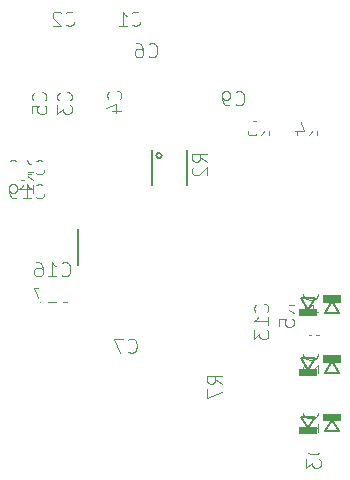
<source format=gbr>
G04 #@! TF.GenerationSoftware,KiCad,Pcbnew,(5.1.0)-1*
G04 #@! TF.CreationDate,2019-05-30T14:49:56+02:00*
G04 #@! TF.ProjectId,UWED,55574544-2e6b-4696-9361-645f70636258,rev?*
G04 #@! TF.SameCoordinates,Original*
G04 #@! TF.FileFunction,Legend,Bot*
G04 #@! TF.FilePolarity,Positive*
%FSLAX46Y46*%
G04 Gerber Fmt 4.6, Leading zero omitted, Abs format (unit mm)*
G04 Created by KiCad (PCBNEW (5.1.0)-1) date 2019-05-30 14:49:56*
%MOMM*%
%LPD*%
G04 APERTURE LIST*
%ADD10C,0.100000*%
%ADD11C,0.203200*%
%ADD12C,0.127000*%
%ADD13C,0.101600*%
%ADD14R,1.503200X1.703200*%
%ADD15R,1.703200X1.503200*%
%ADD16R,2.003200X1.603200*%
G04 APERTURE END LIST*
D10*
G36*
X162725000Y-124683600D02*
G01*
X162725000Y-125293200D01*
X161150200Y-125293200D01*
X161150200Y-124683600D01*
X162725000Y-124683600D01*
G37*
D11*
X162537600Y-126174200D02*
X161337600Y-126174200D01*
X161937600Y-125174200D02*
X162537600Y-126174200D01*
X161337600Y-126174200D02*
X161937600Y-125174200D01*
D10*
G36*
X162725000Y-119730600D02*
G01*
X162725000Y-120340200D01*
X161150200Y-120340200D01*
X161150200Y-119730600D01*
X162725000Y-119730600D01*
G37*
D11*
X162537600Y-121221200D02*
X161337600Y-121221200D01*
X161937600Y-120221200D02*
X162537600Y-121221200D01*
X161337600Y-121221200D02*
X161937600Y-120221200D01*
D10*
G36*
X159118200Y-126410800D02*
G01*
X159118200Y-125801200D01*
X160693000Y-125801200D01*
X160693000Y-126410800D01*
X159118200Y-126410800D01*
G37*
D11*
X159305600Y-124920200D02*
X160505600Y-124920200D01*
X159905600Y-125920200D02*
X159305600Y-124920200D01*
X160505600Y-124920200D02*
X159905600Y-125920200D01*
D10*
G36*
X162725000Y-114650600D02*
G01*
X162725000Y-115260200D01*
X161150200Y-115260200D01*
X161150200Y-114650600D01*
X162725000Y-114650600D01*
G37*
D11*
X162537600Y-116141200D02*
X161337600Y-116141200D01*
X161937600Y-115141200D02*
X162537600Y-116141200D01*
X161337600Y-116141200D02*
X161937600Y-115141200D01*
D10*
G36*
X159118200Y-121457800D02*
G01*
X159118200Y-120848200D01*
X160693000Y-120848200D01*
X160693000Y-121457800D01*
X159118200Y-121457800D01*
G37*
D11*
X159305600Y-119967200D02*
X160505600Y-119967200D01*
X159905600Y-120967200D02*
X159305600Y-119967200D01*
X160505600Y-119967200D02*
X159905600Y-120967200D01*
D10*
G36*
X159118200Y-116377800D02*
G01*
X159118200Y-115768200D01*
X160693000Y-115768200D01*
X160693000Y-116377800D01*
X159118200Y-116377800D01*
G37*
D11*
X159305600Y-114887200D02*
X160505600Y-114887200D01*
X159905600Y-115887200D02*
X159305600Y-114887200D01*
X160505600Y-114887200D02*
X159905600Y-115887200D01*
D12*
X147513206Y-102814200D02*
G75*
G03X147513206Y-102814200I-223606J0D01*
G01*
X146689600Y-105314200D02*
X146689600Y-102314200D01*
X149689600Y-102314200D02*
X149689600Y-105314200D01*
X140410600Y-109045200D02*
X140410600Y-112045200D01*
D13*
X145019869Y-91719842D02*
X145077321Y-91777295D01*
X145249679Y-91834747D01*
X145364583Y-91834747D01*
X145536940Y-91777295D01*
X145651845Y-91662390D01*
X145709298Y-91547485D01*
X145766750Y-91317676D01*
X145766750Y-91145319D01*
X145709298Y-90915509D01*
X145651845Y-90800604D01*
X145536940Y-90685700D01*
X145364583Y-90628247D01*
X145249679Y-90628247D01*
X145077321Y-90685700D01*
X145019869Y-90743152D01*
X143870821Y-91834747D02*
X144560250Y-91834747D01*
X144215536Y-91834747D02*
X144215536Y-90628247D01*
X144330440Y-90800604D01*
X144445345Y-90915509D01*
X144560250Y-90972961D01*
X156431242Y-116048930D02*
X156488695Y-115991478D01*
X156546147Y-115819120D01*
X156546147Y-115704216D01*
X156488695Y-115531859D01*
X156373790Y-115416954D01*
X156258885Y-115359501D01*
X156029076Y-115302049D01*
X155856719Y-115302049D01*
X155626909Y-115359501D01*
X155512004Y-115416954D01*
X155397100Y-115531859D01*
X155339647Y-115704216D01*
X155339647Y-115819120D01*
X155397100Y-115991478D01*
X155454552Y-116048930D01*
X156546147Y-117197978D02*
X156546147Y-116508549D01*
X156546147Y-116853263D02*
X155339647Y-116853263D01*
X155512004Y-116738359D01*
X155626909Y-116623454D01*
X155684361Y-116508549D01*
X155339647Y-117600144D02*
X155339647Y-118347025D01*
X155799266Y-117944859D01*
X155799266Y-118117216D01*
X155856719Y-118232120D01*
X155914171Y-118289573D01*
X156029076Y-118347025D01*
X156316338Y-118347025D01*
X156431242Y-118289573D01*
X156488695Y-118232120D01*
X156546147Y-118117216D01*
X156546147Y-117772501D01*
X156488695Y-117657597D01*
X156431242Y-117600144D01*
X139050869Y-112928842D02*
X139108321Y-112986295D01*
X139280679Y-113043747D01*
X139395583Y-113043747D01*
X139567940Y-112986295D01*
X139682845Y-112871390D01*
X139740298Y-112756485D01*
X139797750Y-112526676D01*
X139797750Y-112354319D01*
X139740298Y-112124509D01*
X139682845Y-112009604D01*
X139567940Y-111894700D01*
X139395583Y-111837247D01*
X139280679Y-111837247D01*
X139108321Y-111894700D01*
X139050869Y-111952152D01*
X137901821Y-113043747D02*
X138591250Y-113043747D01*
X138246536Y-113043747D02*
X138246536Y-111837247D01*
X138361440Y-112009604D01*
X138476345Y-112124509D01*
X138591250Y-112181961D01*
X136867679Y-111837247D02*
X137097488Y-111837247D01*
X137212393Y-111894700D01*
X137269845Y-111952152D01*
X137384750Y-112124509D01*
X137442202Y-112354319D01*
X137442202Y-112813938D01*
X137384750Y-112928842D01*
X137327298Y-112986295D01*
X137212393Y-113043747D01*
X136982583Y-113043747D01*
X136867679Y-112986295D01*
X136810226Y-112928842D01*
X136752774Y-112813938D01*
X136752774Y-112526676D01*
X136810226Y-112411771D01*
X136867679Y-112354319D01*
X136982583Y-112296866D01*
X137212393Y-112296866D01*
X137327298Y-112354319D01*
X137384750Y-112411771D01*
X137442202Y-112526676D01*
X139050869Y-115087842D02*
X139108321Y-115145295D01*
X139280679Y-115202747D01*
X139395583Y-115202747D01*
X139567940Y-115145295D01*
X139682845Y-115030390D01*
X139740298Y-114915485D01*
X139797750Y-114685676D01*
X139797750Y-114513319D01*
X139740298Y-114283509D01*
X139682845Y-114168604D01*
X139567940Y-114053700D01*
X139395583Y-113996247D01*
X139280679Y-113996247D01*
X139108321Y-114053700D01*
X139050869Y-114111152D01*
X137901821Y-115202747D02*
X138591250Y-115202747D01*
X138246536Y-115202747D02*
X138246536Y-113996247D01*
X138361440Y-114168604D01*
X138476345Y-114283509D01*
X138591250Y-114340961D01*
X137499655Y-113996247D02*
X136695321Y-113996247D01*
X137212393Y-115202747D01*
X136891869Y-104292842D02*
X136949321Y-104350295D01*
X137121679Y-104407747D01*
X137236583Y-104407747D01*
X137408940Y-104350295D01*
X137523845Y-104235390D01*
X137581298Y-104120485D01*
X137638750Y-103890676D01*
X137638750Y-103718319D01*
X137581298Y-103488509D01*
X137523845Y-103373604D01*
X137408940Y-103258700D01*
X137236583Y-103201247D01*
X137121679Y-103201247D01*
X136949321Y-103258700D01*
X136891869Y-103316152D01*
X135742821Y-104407747D02*
X136432250Y-104407747D01*
X136087536Y-104407747D02*
X136087536Y-103201247D01*
X136202440Y-103373604D01*
X136317345Y-103488509D01*
X136432250Y-103545961D01*
X135053393Y-103718319D02*
X135168298Y-103660866D01*
X135225750Y-103603414D01*
X135283202Y-103488509D01*
X135283202Y-103431057D01*
X135225750Y-103316152D01*
X135168298Y-103258700D01*
X135053393Y-103201247D01*
X134823583Y-103201247D01*
X134708679Y-103258700D01*
X134651226Y-103316152D01*
X134593774Y-103431057D01*
X134593774Y-103488509D01*
X134651226Y-103603414D01*
X134708679Y-103660866D01*
X134823583Y-103718319D01*
X135053393Y-103718319D01*
X135168298Y-103775771D01*
X135225750Y-103833223D01*
X135283202Y-103948128D01*
X135283202Y-104177938D01*
X135225750Y-104292842D01*
X135168298Y-104350295D01*
X135053393Y-104407747D01*
X134823583Y-104407747D01*
X134708679Y-104350295D01*
X134651226Y-104292842D01*
X134593774Y-104177938D01*
X134593774Y-103948128D01*
X134651226Y-103833223D01*
X134708679Y-103775771D01*
X134823583Y-103718319D01*
X136891869Y-106324842D02*
X136949321Y-106382295D01*
X137121679Y-106439747D01*
X137236583Y-106439747D01*
X137408940Y-106382295D01*
X137523845Y-106267390D01*
X137581298Y-106152485D01*
X137638750Y-105922676D01*
X137638750Y-105750319D01*
X137581298Y-105520509D01*
X137523845Y-105405604D01*
X137408940Y-105290700D01*
X137236583Y-105233247D01*
X137121679Y-105233247D01*
X136949321Y-105290700D01*
X136891869Y-105348152D01*
X135742821Y-106439747D02*
X136432250Y-106439747D01*
X136087536Y-106439747D02*
X136087536Y-105233247D01*
X136202440Y-105405604D01*
X136317345Y-105520509D01*
X136432250Y-105577961D01*
X135168298Y-106439747D02*
X134938488Y-106439747D01*
X134823583Y-106382295D01*
X134766131Y-106324842D01*
X134651226Y-106152485D01*
X134593774Y-105922676D01*
X134593774Y-105463057D01*
X134651226Y-105348152D01*
X134708679Y-105290700D01*
X134823583Y-105233247D01*
X135053393Y-105233247D01*
X135168298Y-105290700D01*
X135225750Y-105348152D01*
X135283202Y-105463057D01*
X135283202Y-105750319D01*
X135225750Y-105865223D01*
X135168298Y-105922676D01*
X135053393Y-105980128D01*
X134823583Y-105980128D01*
X134708679Y-105922676D01*
X134651226Y-105865223D01*
X134593774Y-105750319D01*
X139431869Y-91719842D02*
X139489321Y-91777295D01*
X139661679Y-91834747D01*
X139776583Y-91834747D01*
X139948940Y-91777295D01*
X140063845Y-91662390D01*
X140121298Y-91547485D01*
X140178750Y-91317676D01*
X140178750Y-91145319D01*
X140121298Y-90915509D01*
X140063845Y-90800604D01*
X139948940Y-90685700D01*
X139776583Y-90628247D01*
X139661679Y-90628247D01*
X139489321Y-90685700D01*
X139431869Y-90743152D01*
X138972250Y-90743152D02*
X138914798Y-90685700D01*
X138799893Y-90628247D01*
X138512631Y-90628247D01*
X138397726Y-90685700D01*
X138340274Y-90743152D01*
X138282821Y-90858057D01*
X138282821Y-90972961D01*
X138340274Y-91145319D01*
X139029702Y-91834747D01*
X138282821Y-91834747D01*
X139794242Y-98141930D02*
X139851695Y-98084478D01*
X139909147Y-97912120D01*
X139909147Y-97797216D01*
X139851695Y-97624859D01*
X139736790Y-97509954D01*
X139621885Y-97452501D01*
X139392076Y-97395049D01*
X139219719Y-97395049D01*
X138989909Y-97452501D01*
X138875004Y-97509954D01*
X138760100Y-97624859D01*
X138702647Y-97797216D01*
X138702647Y-97912120D01*
X138760100Y-98084478D01*
X138817552Y-98141930D01*
X138702647Y-98544097D02*
X138702647Y-99290978D01*
X139162266Y-98888811D01*
X139162266Y-99061168D01*
X139219719Y-99176073D01*
X139277171Y-99233525D01*
X139392076Y-99290978D01*
X139679338Y-99290978D01*
X139794242Y-99233525D01*
X139851695Y-99176073D01*
X139909147Y-99061168D01*
X139909147Y-98716454D01*
X139851695Y-98601549D01*
X139794242Y-98544097D01*
X143985242Y-98014930D02*
X144042695Y-97957478D01*
X144100147Y-97785120D01*
X144100147Y-97670216D01*
X144042695Y-97497859D01*
X143927790Y-97382954D01*
X143812885Y-97325501D01*
X143583076Y-97268049D01*
X143410719Y-97268049D01*
X143180909Y-97325501D01*
X143066004Y-97382954D01*
X142951100Y-97497859D01*
X142893647Y-97670216D01*
X142893647Y-97785120D01*
X142951100Y-97957478D01*
X143008552Y-98014930D01*
X143295814Y-99049073D02*
X144100147Y-99049073D01*
X142836195Y-98761811D02*
X143697980Y-98474549D01*
X143697980Y-99221430D01*
X137635242Y-98141930D02*
X137692695Y-98084478D01*
X137750147Y-97912120D01*
X137750147Y-97797216D01*
X137692695Y-97624859D01*
X137577790Y-97509954D01*
X137462885Y-97452501D01*
X137233076Y-97395049D01*
X137060719Y-97395049D01*
X136830909Y-97452501D01*
X136716004Y-97509954D01*
X136601100Y-97624859D01*
X136543647Y-97797216D01*
X136543647Y-97912120D01*
X136601100Y-98084478D01*
X136658552Y-98141930D01*
X136543647Y-99233525D02*
X136543647Y-98659001D01*
X137118171Y-98601549D01*
X137060719Y-98659001D01*
X137003266Y-98773906D01*
X137003266Y-99061168D01*
X137060719Y-99176073D01*
X137118171Y-99233525D01*
X137233076Y-99290978D01*
X137520338Y-99290978D01*
X137635242Y-99233525D01*
X137692695Y-99176073D01*
X137750147Y-99061168D01*
X137750147Y-98773906D01*
X137692695Y-98659001D01*
X137635242Y-98601549D01*
X146416869Y-94386842D02*
X146474321Y-94444295D01*
X146646679Y-94501747D01*
X146761583Y-94501747D01*
X146933940Y-94444295D01*
X147048845Y-94329390D01*
X147106298Y-94214485D01*
X147163750Y-93984676D01*
X147163750Y-93812319D01*
X147106298Y-93582509D01*
X147048845Y-93467604D01*
X146933940Y-93352700D01*
X146761583Y-93295247D01*
X146646679Y-93295247D01*
X146474321Y-93352700D01*
X146416869Y-93410152D01*
X145382726Y-93295247D02*
X145612536Y-93295247D01*
X145727440Y-93352700D01*
X145784893Y-93410152D01*
X145899798Y-93582509D01*
X145957250Y-93812319D01*
X145957250Y-94271938D01*
X145899798Y-94386842D01*
X145842345Y-94444295D01*
X145727440Y-94501747D01*
X145497631Y-94501747D01*
X145382726Y-94444295D01*
X145325274Y-94386842D01*
X145267821Y-94271938D01*
X145267821Y-93984676D01*
X145325274Y-93869771D01*
X145382726Y-93812319D01*
X145497631Y-93754866D01*
X145727440Y-93754866D01*
X145842345Y-93812319D01*
X145899798Y-93869771D01*
X145957250Y-93984676D01*
X144689669Y-119405842D02*
X144747121Y-119463295D01*
X144919479Y-119520747D01*
X145034383Y-119520747D01*
X145206740Y-119463295D01*
X145321645Y-119348390D01*
X145379098Y-119233485D01*
X145436550Y-119003676D01*
X145436550Y-118831319D01*
X145379098Y-118601509D01*
X145321645Y-118486604D01*
X145206740Y-118371700D01*
X145034383Y-118314247D01*
X144919479Y-118314247D01*
X144747121Y-118371700D01*
X144689669Y-118429152D01*
X144287502Y-118314247D02*
X143483169Y-118314247D01*
X144000240Y-119520747D01*
X153782869Y-98450842D02*
X153840321Y-98508295D01*
X154012679Y-98565747D01*
X154127583Y-98565747D01*
X154299940Y-98508295D01*
X154414845Y-98393390D01*
X154472298Y-98278485D01*
X154529750Y-98048676D01*
X154529750Y-97876319D01*
X154472298Y-97646509D01*
X154414845Y-97531604D01*
X154299940Y-97416700D01*
X154127583Y-97359247D01*
X154012679Y-97359247D01*
X153840321Y-97416700D01*
X153782869Y-97474152D01*
X153208345Y-98565747D02*
X152978536Y-98565747D01*
X152863631Y-98508295D01*
X152806179Y-98450842D01*
X152691274Y-98278485D01*
X152633821Y-98048676D01*
X152633821Y-97589057D01*
X152691274Y-97474152D01*
X152748726Y-97416700D01*
X152863631Y-97359247D01*
X153093440Y-97359247D01*
X153208345Y-97416700D01*
X153265798Y-97474152D01*
X153323250Y-97589057D01*
X153323250Y-97876319D01*
X153265798Y-97991223D01*
X153208345Y-98048676D01*
X153093440Y-98106128D01*
X152863631Y-98106128D01*
X152748726Y-98048676D01*
X152691274Y-97991223D01*
X152633821Y-97876319D01*
X160737147Y-124376501D02*
X159530647Y-124376501D01*
X159530647Y-124663763D01*
X159588100Y-124836120D01*
X159703004Y-124951025D01*
X159817909Y-125008478D01*
X160047719Y-125065930D01*
X160220076Y-125065930D01*
X160449885Y-125008478D01*
X160564790Y-124951025D01*
X160679695Y-124836120D01*
X160737147Y-124663763D01*
X160737147Y-124376501D01*
X160737147Y-126214978D02*
X160737147Y-125525549D01*
X160737147Y-125870263D02*
X159530647Y-125870263D01*
X159703004Y-125755359D01*
X159817909Y-125640454D01*
X159875361Y-125525549D01*
X160737147Y-119423501D02*
X159530647Y-119423501D01*
X159530647Y-119710763D01*
X159588100Y-119883120D01*
X159703004Y-119998025D01*
X159817909Y-120055478D01*
X160047719Y-120112930D01*
X160220076Y-120112930D01*
X160449885Y-120055478D01*
X160564790Y-119998025D01*
X160679695Y-119883120D01*
X160737147Y-119710763D01*
X160737147Y-119423501D01*
X159645552Y-120572549D02*
X159588100Y-120630001D01*
X159530647Y-120744906D01*
X159530647Y-121032168D01*
X159588100Y-121147073D01*
X159645552Y-121204525D01*
X159760457Y-121261978D01*
X159875361Y-121261978D01*
X160047719Y-121204525D01*
X160737147Y-120515097D01*
X160737147Y-121261978D01*
X160991147Y-127424501D02*
X159784647Y-127424501D01*
X159784647Y-127711763D01*
X159842100Y-127884120D01*
X159957004Y-127999025D01*
X160071909Y-128056478D01*
X160301719Y-128113930D01*
X160474076Y-128113930D01*
X160703885Y-128056478D01*
X160818790Y-127999025D01*
X160933695Y-127884120D01*
X160991147Y-127711763D01*
X160991147Y-127424501D01*
X159784647Y-128516097D02*
X159784647Y-129262978D01*
X160244266Y-128860811D01*
X160244266Y-129033168D01*
X160301719Y-129148073D01*
X160359171Y-129205525D01*
X160474076Y-129262978D01*
X160761338Y-129262978D01*
X160876242Y-129205525D01*
X160933695Y-129148073D01*
X160991147Y-129033168D01*
X160991147Y-128688454D01*
X160933695Y-128573549D01*
X160876242Y-128516097D01*
X160737147Y-114343501D02*
X159530647Y-114343501D01*
X159530647Y-114630763D01*
X159588100Y-114803120D01*
X159703004Y-114918025D01*
X159817909Y-114975478D01*
X160047719Y-115032930D01*
X160220076Y-115032930D01*
X160449885Y-114975478D01*
X160564790Y-114918025D01*
X160679695Y-114803120D01*
X160737147Y-114630763D01*
X160737147Y-114343501D01*
X159932814Y-116067073D02*
X160737147Y-116067073D01*
X159473195Y-115779811D02*
X160334980Y-115492549D01*
X160334980Y-116239430D01*
X160991147Y-122471501D02*
X159784647Y-122471501D01*
X159784647Y-122758763D01*
X159842100Y-122931120D01*
X159957004Y-123046025D01*
X160071909Y-123103478D01*
X160301719Y-123160930D01*
X160474076Y-123160930D01*
X160703885Y-123103478D01*
X160818790Y-123046025D01*
X160933695Y-122931120D01*
X160991147Y-122758763D01*
X160991147Y-122471501D01*
X159784647Y-124252525D02*
X159784647Y-123678001D01*
X160359171Y-123620549D01*
X160301719Y-123678001D01*
X160244266Y-123792906D01*
X160244266Y-124080168D01*
X160301719Y-124195073D01*
X160359171Y-124252525D01*
X160474076Y-124309978D01*
X160761338Y-124309978D01*
X160876242Y-124252525D01*
X160933695Y-124195073D01*
X160991147Y-124080168D01*
X160991147Y-123792906D01*
X160933695Y-123678001D01*
X160876242Y-123620549D01*
X160991147Y-117391501D02*
X159784647Y-117391501D01*
X159784647Y-117678763D01*
X159842100Y-117851120D01*
X159957004Y-117966025D01*
X160071909Y-118023478D01*
X160301719Y-118080930D01*
X160474076Y-118080930D01*
X160703885Y-118023478D01*
X160818790Y-117966025D01*
X160933695Y-117851120D01*
X160991147Y-117678763D01*
X160991147Y-117391501D01*
X159784647Y-119115073D02*
X159784647Y-118885263D01*
X159842100Y-118770359D01*
X159899552Y-118712906D01*
X160071909Y-118598001D01*
X160301719Y-118540549D01*
X160761338Y-118540549D01*
X160876242Y-118598001D01*
X160933695Y-118655454D01*
X160991147Y-118770359D01*
X160991147Y-119000168D01*
X160933695Y-119115073D01*
X160876242Y-119172525D01*
X160761338Y-119229978D01*
X160474076Y-119229978D01*
X160359171Y-119172525D01*
X160301719Y-119115073D01*
X160244266Y-119000168D01*
X160244266Y-118770359D01*
X160301719Y-118655454D01*
X160359171Y-118598001D01*
X160474076Y-118540549D01*
X136607147Y-104872930D02*
X136032623Y-104470763D01*
X136607147Y-104183501D02*
X135400647Y-104183501D01*
X135400647Y-104643120D01*
X135458100Y-104758025D01*
X135515552Y-104815478D01*
X135630457Y-104872930D01*
X135802814Y-104872930D01*
X135917719Y-104815478D01*
X135975171Y-104758025D01*
X136032623Y-104643120D01*
X136032623Y-104183501D01*
X136607147Y-106021978D02*
X136607147Y-105332549D01*
X136607147Y-105677263D02*
X135400647Y-105677263D01*
X135573004Y-105562359D01*
X135687909Y-105447454D01*
X135745361Y-105332549D01*
X151339147Y-103348930D02*
X150764623Y-102946763D01*
X151339147Y-102659501D02*
X150132647Y-102659501D01*
X150132647Y-103119120D01*
X150190100Y-103234025D01*
X150247552Y-103291478D01*
X150362457Y-103348930D01*
X150534814Y-103348930D01*
X150649719Y-103291478D01*
X150707171Y-103234025D01*
X150764623Y-103119120D01*
X150764623Y-102659501D01*
X150247552Y-103808549D02*
X150190100Y-103866001D01*
X150132647Y-103980906D01*
X150132647Y-104268168D01*
X150190100Y-104383073D01*
X150247552Y-104440525D01*
X150362457Y-104497978D01*
X150477361Y-104497978D01*
X150649719Y-104440525D01*
X151339147Y-103751097D01*
X151339147Y-104497978D01*
X155941869Y-101105747D02*
X156344036Y-100531223D01*
X156631298Y-101105747D02*
X156631298Y-99899247D01*
X156171679Y-99899247D01*
X156056774Y-99956700D01*
X155999321Y-100014152D01*
X155941869Y-100129057D01*
X155941869Y-100301414D01*
X155999321Y-100416319D01*
X156056774Y-100473771D01*
X156171679Y-100531223D01*
X156631298Y-100531223D01*
X155539702Y-99899247D02*
X154792821Y-99899247D01*
X155194988Y-100358866D01*
X155022631Y-100358866D01*
X154907726Y-100416319D01*
X154850274Y-100473771D01*
X154792821Y-100588676D01*
X154792821Y-100875938D01*
X154850274Y-100990842D01*
X154907726Y-101048295D01*
X155022631Y-101105747D01*
X155367345Y-101105747D01*
X155482250Y-101048295D01*
X155539702Y-100990842D01*
X160005869Y-101105747D02*
X160408036Y-100531223D01*
X160695298Y-101105747D02*
X160695298Y-99899247D01*
X160235679Y-99899247D01*
X160120774Y-99956700D01*
X160063321Y-100014152D01*
X160005869Y-100129057D01*
X160005869Y-100301414D01*
X160063321Y-100416319D01*
X160120774Y-100473771D01*
X160235679Y-100531223D01*
X160695298Y-100531223D01*
X158971726Y-100301414D02*
X158971726Y-101105747D01*
X159258988Y-99841795D02*
X159546250Y-100703580D01*
X158799369Y-100703580D01*
X158705147Y-116175930D02*
X158130623Y-115773763D01*
X158705147Y-115486501D02*
X157498647Y-115486501D01*
X157498647Y-115946120D01*
X157556100Y-116061025D01*
X157613552Y-116118478D01*
X157728457Y-116175930D01*
X157900814Y-116175930D01*
X158015719Y-116118478D01*
X158073171Y-116061025D01*
X158130623Y-115946120D01*
X158130623Y-115486501D01*
X157498647Y-117267525D02*
X157498647Y-116693001D01*
X158073171Y-116635549D01*
X158015719Y-116693001D01*
X157958266Y-116807906D01*
X157958266Y-117095168D01*
X158015719Y-117210073D01*
X158073171Y-117267525D01*
X158188076Y-117324978D01*
X158475338Y-117324978D01*
X158590242Y-117267525D01*
X158647695Y-117210073D01*
X158705147Y-117095168D01*
X158705147Y-116807906D01*
X158647695Y-116693001D01*
X158590242Y-116635549D01*
X152609147Y-122144930D02*
X152034623Y-121742763D01*
X152609147Y-121455501D02*
X151402647Y-121455501D01*
X151402647Y-121915120D01*
X151460100Y-122030025D01*
X151517552Y-122087478D01*
X151632457Y-122144930D01*
X151804814Y-122144930D01*
X151919719Y-122087478D01*
X151977171Y-122030025D01*
X152034623Y-121915120D01*
X152034623Y-121455501D01*
X151402647Y-122547097D02*
X151402647Y-123351430D01*
X152609147Y-122834359D01*
%LPC*%
D14*
X148282600Y-90622200D03*
X146382600Y-90622200D03*
D15*
X155333600Y-112786200D03*
X155333600Y-114686200D03*
D14*
X137873600Y-114371200D03*
X139773600Y-114371200D03*
X137873600Y-116530200D03*
X139773600Y-116530200D03*
X140154600Y-103195200D03*
X138254600Y-103195200D03*
X140154600Y-105227200D03*
X138254600Y-105227200D03*
X142694600Y-90622200D03*
X140794600Y-90622200D03*
D15*
X138696600Y-94879200D03*
X138696600Y-96779200D03*
X142887600Y-94752200D03*
X142887600Y-96652200D03*
X136537600Y-94879200D03*
X136537600Y-96779200D03*
D14*
X145239600Y-95829200D03*
X147139600Y-95829200D03*
X143512400Y-120848200D03*
X145412400Y-120848200D03*
X152605600Y-99893200D03*
X154505600Y-99893200D03*
D16*
X161937600Y-127247200D03*
X161937600Y-123847200D03*
X161937600Y-122294200D03*
X161937600Y-118894200D03*
X159905600Y-123847200D03*
X159905600Y-127247200D03*
X161937600Y-117214200D03*
X161937600Y-113814200D03*
X159905600Y-118894200D03*
X159905600Y-122294200D03*
X159905600Y-113814200D03*
X159905600Y-117214200D03*
D15*
X135394600Y-102245200D03*
X135394600Y-104145200D03*
X152666600Y-103891200D03*
X152666600Y-101991200D03*
D14*
X158569600Y-99893200D03*
X156669600Y-99893200D03*
X162633600Y-99893200D03*
X160733600Y-99893200D03*
D15*
X157492600Y-113548200D03*
X157492600Y-115448200D03*
X153936600Y-122687200D03*
X153936600Y-120787200D03*
M02*

</source>
